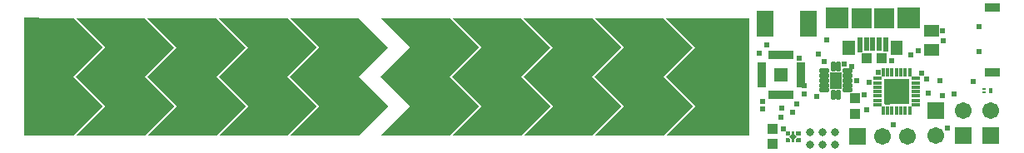
<source format=gts>
G04*
G04 #@! TF.GenerationSoftware,Altium Limited,Altium Designer,20.2.4 (192)*
G04*
G04 Layer_Color=8388736*
%FSLAX25Y25*%
%MOIN*%
G70*
G04*
G04 #@! TF.SameCoordinates,E28A416E-137A-4DA4-96E8-27F400694B22*
G04*
G04*
G04 #@! TF.FilePolarity,Negative*
G04*
G01*
G75*
%ADD20R,0.01496X0.02480*%
%ADD21R,0.01496X0.00787*%
%ADD39R,0.05906X0.47244*%
G04:AMPARAMS|DCode=40|XSize=41.86mil|YSize=18.24mil|CornerRadius=5.28mil|HoleSize=0mil|Usage=FLASHONLY|Rotation=270.000|XOffset=0mil|YOffset=0mil|HoleType=Round|Shape=RoundedRectangle|*
%AMROUNDEDRECTD40*
21,1,0.04186,0.00768,0,0,270.0*
21,1,0.03130,0.01824,0,0,270.0*
1,1,0.01056,-0.00384,-0.01565*
1,1,0.01056,-0.00384,0.01565*
1,1,0.01056,0.00384,0.01565*
1,1,0.01056,0.00384,-0.01565*
%
%ADD40ROUNDEDRECTD40*%
G04:AMPARAMS|DCode=41|XSize=41.86mil|YSize=18.24mil|CornerRadius=5.28mil|HoleSize=0mil|Usage=FLASHONLY|Rotation=180.000|XOffset=0mil|YOffset=0mil|HoleType=Round|Shape=RoundedRectangle|*
%AMROUNDEDRECTD41*
21,1,0.04186,0.00768,0,0,180.0*
21,1,0.03130,0.01824,0,0,180.0*
1,1,0.01056,-0.01565,0.00384*
1,1,0.01056,0.01565,0.00384*
1,1,0.01056,0.01565,-0.00384*
1,1,0.01056,-0.01565,-0.00384*
%
%ADD41ROUNDEDRECTD41*%
%ADD42R,0.04737X0.06706*%
%ADD43R,0.03950X0.04100*%
%ADD44R,0.01500X0.03200*%
%ADD45R,0.10200X0.10200*%
%ADD46R,0.03200X0.01500*%
%ADD47R,0.03400X0.01500*%
%ADD48R,0.01500X0.03400*%
%ADD49R,0.05918X0.04343*%
%ADD50R,0.03559X0.02121*%
%ADD51R,0.02121X0.03559*%
%ADD52R,0.05800X0.05800*%
%ADD53R,0.07887X0.08280*%
%ADD54R,0.01975X0.05715*%
%ADD55R,0.06312X0.05131*%
%ADD56R,0.06115X0.05131*%
%ADD57R,0.06312X0.03359*%
%ADD58R,0.04100X0.03950*%
%ADD59R,0.06545X0.02645*%
%ADD60O,0.04540X0.08280*%
%ADD61C,0.04934*%
%ADD62C,0.06706*%
%ADD63R,0.06706X0.06706*%
%ADD64C,0.03150*%
%ADD65R,0.06706X0.06706*%
%ADD66C,0.02375*%
G36*
X359550Y48917D02*
X350492D01*
Y57187D01*
X359550D01*
Y48917D01*
D02*
G37*
G36*
X330799D02*
X321752D01*
Y57198D01*
X330799D01*
Y48917D01*
D02*
G37*
G36*
X352662Y38386D02*
X347736D01*
Y44095D01*
X352662D01*
Y38386D01*
D02*
G37*
G36*
X333556D02*
X328642D01*
Y44096D01*
X333556D01*
Y38386D01*
D02*
G37*
G36*
X311791Y5998D02*
X310216D01*
X309941Y6273D01*
Y7572D01*
X311791D01*
Y5998D01*
D02*
G37*
G36*
X307618Y6273D02*
X307343Y5998D01*
X305768D01*
Y7572D01*
X307618D01*
Y6273D01*
D02*
G37*
G36*
X32480Y41339D02*
X20669Y29528D01*
X32480Y17717D01*
X20669Y5906D01*
X984D01*
X4921Y17716D01*
X984Y29528D01*
X4921Y41339D01*
X984Y53150D01*
X20669D01*
X32480Y41339D01*
D02*
G37*
G36*
X240158D02*
X228346Y29528D01*
X240158Y17717D01*
X228346Y5906D01*
X200787Y5905D01*
X212598Y17716D01*
X200787Y29528D01*
X212598Y41339D01*
X200787Y53149D01*
X228346Y53150D01*
X240158Y41339D01*
D02*
G37*
G36*
X211614D02*
X199803Y29528D01*
X211614Y17717D01*
X199803Y5906D01*
X172244Y5905D01*
X184055Y17716D01*
X172244Y29528D01*
X184055Y41339D01*
X172244Y53149D01*
X199803Y53150D01*
X211614Y41339D01*
D02*
G37*
G36*
X183071D02*
X171260Y29528D01*
X183071Y17717D01*
X171260Y5906D01*
X143701Y5905D01*
X155512Y17716D01*
X143701Y29528D01*
X155512Y41339D01*
X143701Y53149D01*
X171260Y53150D01*
X183071Y41339D01*
D02*
G37*
G36*
X146653D02*
X134843Y29528D01*
X146654Y17717D01*
X134843Y5906D01*
X107283Y5905D01*
X119094Y17716D01*
X107284Y29528D01*
X119095Y41339D01*
X107283Y53149D01*
X134843Y53150D01*
X146653Y41339D01*
D02*
G37*
G36*
X118110D02*
X106299Y29528D01*
X118110Y17717D01*
X106299Y5906D01*
X78740Y5905D01*
X90551Y17716D01*
X78740Y29528D01*
X90551Y41339D01*
X78740Y53149D01*
X106299Y53150D01*
X118110Y41339D01*
D02*
G37*
G36*
X89567D02*
X77756Y29528D01*
X89567Y17717D01*
X77756Y5906D01*
X50197Y5905D01*
X62008Y17716D01*
X50197Y29528D01*
X62008Y41339D01*
X50197Y53149D01*
X77756Y53150D01*
X89567Y41339D01*
D02*
G37*
G36*
X61024D02*
X49213Y29528D01*
X61024Y17717D01*
X49213Y5906D01*
X21654Y5905D01*
X33464Y17716D01*
X21654Y29528D01*
X33465Y41339D01*
X21654Y53149D01*
X49213Y53150D01*
X61024Y41339D01*
D02*
G37*
G36*
X291339Y5906D02*
X285433D01*
X257874Y5905D01*
X269685Y17716D01*
X257874Y29528D01*
X269685Y41339D01*
X257874Y53149D01*
X285433Y53150D01*
X291339D01*
Y5906D01*
D02*
G37*
G36*
X268701Y41339D02*
X256890Y29528D01*
X268701Y17717D01*
X256890Y5906D01*
X229331Y5905D01*
X241142Y17716D01*
X229331Y29528D01*
X241142Y41339D01*
X229331Y53149D01*
X256890Y53150D01*
X268701Y41339D01*
D02*
G37*
G36*
X311791Y3439D02*
X309941D01*
Y4738D01*
X310216Y5013D01*
X311791D01*
Y3439D01*
D02*
G37*
G36*
X307618Y4738D02*
Y3439D01*
X305768D01*
Y5013D01*
X307343D01*
X307618Y4738D01*
D02*
G37*
G36*
X309222Y6538D02*
X310255Y5505D01*
X309222Y4473D01*
Y3301D01*
X308337D01*
Y4473D01*
X307304Y5505D01*
X308337Y6538D01*
Y7710D01*
X309222D01*
Y6538D01*
D02*
G37*
D20*
X387779Y23905D02*
D03*
D21*
X385181Y24595D02*
D03*
Y23216D02*
D03*
D39*
X3937Y29528D02*
D03*
D40*
X326898Y33755D02*
D03*
X324930D02*
D03*
Y22456D02*
D03*
X326898D02*
D03*
D41*
X330579Y24169D02*
D03*
Y26137D02*
D03*
Y28106D02*
D03*
Y30074D02*
D03*
Y32043D02*
D03*
X321249D02*
D03*
Y30074D02*
D03*
Y28106D02*
D03*
Y26137D02*
D03*
Y24169D02*
D03*
D42*
X325914Y28106D02*
D03*
D43*
X300580Y8706D02*
D03*
Y2505D02*
D03*
X333500Y14700D02*
D03*
Y20900D02*
D03*
D44*
X355419Y31325D02*
D03*
Y15925D02*
D03*
X344819D02*
D03*
Y31325D02*
D03*
D45*
X350119Y23625D02*
D03*
D46*
X357819Y28925D02*
D03*
Y18325D02*
D03*
X342419D02*
D03*
Y28925D02*
D03*
D47*
X357819Y27125D02*
D03*
Y25425D02*
D03*
Y23625D02*
D03*
Y21825D02*
D03*
Y20125D02*
D03*
X342419D02*
D03*
Y21825D02*
D03*
Y23625D02*
D03*
Y25425D02*
D03*
Y27125D02*
D03*
D48*
X353619Y15925D02*
D03*
X351919D02*
D03*
X350119D02*
D03*
X348319D02*
D03*
X346619D02*
D03*
Y31325D02*
D03*
X348319D02*
D03*
X350119D02*
D03*
X351919D02*
D03*
X353619D02*
D03*
D49*
X277559Y29528D02*
D03*
X249016D02*
D03*
X220472Y29528D02*
D03*
X191929D02*
D03*
X163386D02*
D03*
X126969D02*
D03*
X98425D02*
D03*
X69882D02*
D03*
X41339D02*
D03*
X12795D02*
D03*
D50*
X296069Y34269D02*
D03*
X311817Y30332D02*
D03*
X296069Y28363D02*
D03*
Y26395D02*
D03*
X311817D02*
D03*
Y28363D02*
D03*
Y32300D02*
D03*
Y34269D02*
D03*
X296069Y32300D02*
D03*
Y30332D02*
D03*
D51*
X300006Y22457D02*
D03*
X301974D02*
D03*
X305911D02*
D03*
X307879D02*
D03*
Y38206D02*
D03*
X305911D02*
D03*
X301974D02*
D03*
X300006D02*
D03*
X303942Y22457D02*
D03*
Y38206D02*
D03*
D52*
Y30332D02*
D03*
D53*
X336122Y53051D02*
D03*
X345177D02*
D03*
D54*
X335531Y42520D02*
D03*
X345768D02*
D03*
X338090D02*
D03*
X343209D02*
D03*
X340650D02*
D03*
D55*
X364173Y40256D02*
D03*
D56*
Y48130D02*
D03*
D57*
X388386Y31161D02*
D03*
Y57224D02*
D03*
D58*
X338140Y37008D02*
D03*
X344341D02*
D03*
D59*
X297679Y46905D02*
D03*
Y49406D02*
D03*
Y52005D02*
D03*
Y54505D02*
D03*
X314879D02*
D03*
Y52005D02*
D03*
Y49406D02*
D03*
Y46905D02*
D03*
D60*
X326821Y53051D02*
D03*
X354478D02*
D03*
D61*
X331102Y41240D02*
D03*
X350197D02*
D03*
D62*
X365748Y5847D02*
D03*
X354685Y5807D02*
D03*
X344685D02*
D03*
X376772Y15846D02*
D03*
X387795D02*
D03*
D63*
X365748D02*
D03*
X376772Y5847D02*
D03*
X387795D02*
D03*
D64*
X315571Y7264D02*
D03*
X320571D02*
D03*
X325571D02*
D03*
X315571Y2264D02*
D03*
X320571D02*
D03*
X325571D02*
D03*
D65*
X334685Y5807D02*
D03*
D66*
X346834Y23769D02*
D03*
X321200Y35600D02*
D03*
X318076Y21680D02*
D03*
X332279Y33792D02*
D03*
X329372Y34592D02*
D03*
X334080Y28106D02*
D03*
X318766Y38519D02*
D03*
X358780Y40097D02*
D03*
X304900Y8600D02*
D03*
X370500Y9100D02*
D03*
X345800Y40800D02*
D03*
X297900Y46900D02*
D03*
X308684Y15280D02*
D03*
X69882Y29528D02*
D03*
X98425D02*
D03*
X249295Y29709D02*
D03*
X163386Y29528D02*
D03*
X191929Y31315D02*
D03*
X12795Y29528D02*
D03*
X41339D02*
D03*
X126969D02*
D03*
X220472D02*
D03*
X277728Y36248D02*
D03*
X295280Y39105D02*
D03*
X298280Y42206D02*
D03*
X296580Y19705D02*
D03*
X310179Y18805D02*
D03*
X304380Y17133D02*
D03*
X349016Y10269D02*
D03*
X314380Y46905D02*
D03*
X311135Y37051D02*
D03*
X313131Y22705D02*
D03*
X313275Y26028D02*
D03*
X337179Y22180D02*
D03*
X338066Y16219D02*
D03*
X335479Y40306D02*
D03*
X368679Y47905D02*
D03*
X383098Y49616D02*
D03*
X380879Y27606D02*
D03*
X383236Y39597D02*
D03*
X368392Y22118D02*
D03*
X364079Y47905D02*
D03*
X362792Y22993D02*
D03*
X303825Y13261D02*
D03*
X298079Y54405D02*
D03*
X296580Y16605D02*
D03*
X322280Y44405D02*
D03*
X339179Y27305D02*
D03*
X362179Y28506D02*
D03*
X360080Y31106D02*
D03*
X367663Y28114D02*
D03*
X373079Y22605D02*
D03*
X348280Y36018D02*
D03*
X368980Y44105D02*
D03*
X355979Y38405D02*
D03*
X342881Y31317D02*
D03*
X346645Y19195D02*
D03*
M02*

</source>
